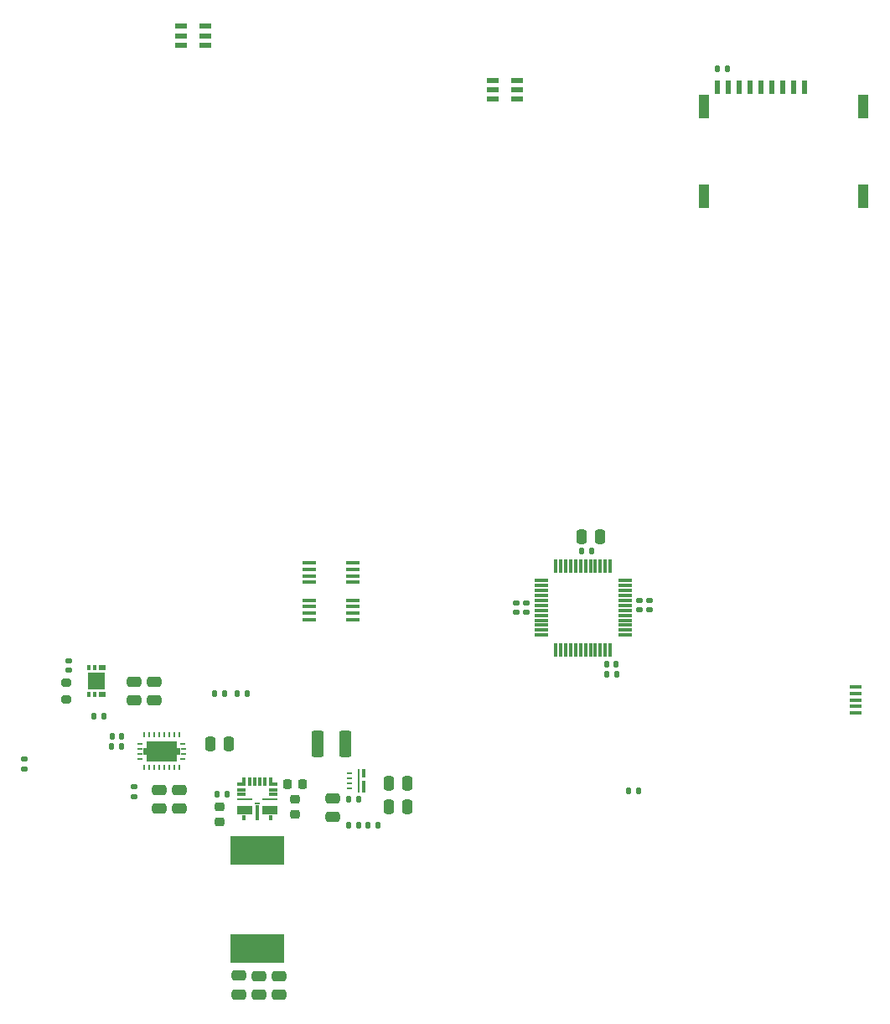
<source format=gbr>
%TF.GenerationSoftware,KiCad,Pcbnew,(6.0.9)*%
%TF.CreationDate,2023-04-17T01:59:29-04:00*%
%TF.ProjectId,TrailCounter,54726169-6c43-46f7-956e-7465722e6b69,rev?*%
%TF.SameCoordinates,Original*%
%TF.FileFunction,Paste,Top*%
%TF.FilePolarity,Positive*%
%FSLAX46Y46*%
G04 Gerber Fmt 4.6, Leading zero omitted, Abs format (unit mm)*
G04 Created by KiCad (PCBNEW (6.0.9)) date 2023-04-17 01:59:29*
%MOMM*%
%LPD*%
G01*
G04 APERTURE LIST*
G04 Aperture macros list*
%AMRoundRect*
0 Rectangle with rounded corners*
0 $1 Rounding radius*
0 $2 $3 $4 $5 $6 $7 $8 $9 X,Y pos of 4 corners*
0 Add a 4 corners polygon primitive as box body*
4,1,4,$2,$3,$4,$5,$6,$7,$8,$9,$2,$3,0*
0 Add four circle primitives for the rounded corners*
1,1,$1+$1,$2,$3*
1,1,$1+$1,$4,$5*
1,1,$1+$1,$6,$7*
1,1,$1+$1,$8,$9*
0 Add four rect primitives between the rounded corners*
20,1,$1+$1,$2,$3,$4,$5,0*
20,1,$1+$1,$4,$5,$6,$7,0*
20,1,$1+$1,$6,$7,$8,$9,0*
20,1,$1+$1,$8,$9,$2,$3,0*%
G04 Aperture macros list end*
%ADD10R,0.300000X1.475000*%
%ADD11R,1.475000X0.300000*%
%ADD12RoundRect,0.250000X-0.250000X-0.475000X0.250000X-0.475000X0.250000X0.475000X-0.250000X0.475000X0*%
%ADD13RoundRect,0.250000X-0.475000X0.250000X-0.475000X-0.250000X0.475000X-0.250000X0.475000X0.250000X0*%
%ADD14RoundRect,0.140000X-0.140000X-0.170000X0.140000X-0.170000X0.140000X0.170000X-0.140000X0.170000X0*%
%ADD15RoundRect,0.140000X0.170000X-0.140000X0.170000X0.140000X-0.170000X0.140000X-0.170000X-0.140000X0*%
%ADD16RoundRect,0.135000X0.135000X0.185000X-0.135000X0.185000X-0.135000X-0.185000X0.135000X-0.185000X0*%
%ADD17R,0.875000X0.300000*%
%ADD18R,1.525000X0.250000*%
%ADD19R,1.525000X0.950000*%
%ADD20R,0.450000X0.600000*%
%ADD21R,0.300000X1.650000*%
%ADD22R,0.450000X0.875000*%
%ADD23R,0.300000X0.875000*%
%ADD24R,0.500000X0.350000*%
%ADD25R,0.600000X0.250000*%
%ADD26RoundRect,0.135000X-0.185000X0.135000X-0.185000X-0.135000X0.185000X-0.135000X0.185000X0.135000X0*%
%ADD27RoundRect,0.225000X-0.250000X0.225000X-0.250000X-0.225000X0.250000X-0.225000X0.250000X0.225000X0*%
%ADD28R,1.425000X0.450000*%
%ADD29R,1.100000X2.400000*%
%ADD30R,0.620000X1.400000*%
%ADD31RoundRect,0.250000X0.375000X1.075000X-0.375000X1.075000X-0.375000X-1.075000X0.375000X-1.075000X0*%
%ADD32RoundRect,0.250000X0.475000X-0.250000X0.475000X0.250000X-0.475000X0.250000X-0.475000X-0.250000X0*%
%ADD33R,1.250000X0.500000*%
%ADD34RoundRect,0.140000X0.140000X0.170000X-0.140000X0.170000X-0.140000X-0.170000X0.140000X-0.170000X0*%
%ADD35R,5.400000X2.900000*%
%ADD36RoundRect,0.140000X-0.170000X0.140000X-0.170000X-0.140000X0.170000X-0.140000X0.170000X0.140000X0*%
%ADD37RoundRect,0.225000X0.225000X0.250000X-0.225000X0.250000X-0.225000X-0.250000X0.225000X-0.250000X0*%
%ADD38RoundRect,0.200000X0.275000X-0.200000X0.275000X0.200000X-0.275000X0.200000X-0.275000X-0.200000X0*%
%ADD39R,0.600000X0.240000*%
%ADD40R,0.240000X0.600000*%
%ADD41R,3.050000X2.050000*%
%ADD42R,0.400000X0.750000*%
%ADD43R,0.525000X0.200000*%
%ADD44RoundRect,0.135000X0.185000X-0.135000X0.185000X0.135000X-0.185000X0.135000X-0.185000X-0.135000X0*%
%ADD45R,0.750000X0.500000*%
%ADD46R,0.400000X0.500000*%
%ADD47R,1.800000X1.800000*%
%ADD48RoundRect,0.135000X-0.135000X-0.185000X0.135000X-0.185000X0.135000X0.185000X-0.135000X0.185000X0*%
%ADD49R,1.300000X0.400000*%
%ADD50R,0.250000X2.400000*%
%ADD51R,0.300000X0.900000*%
%ADD52R,0.300000X1.200000*%
G04 APERTURE END LIST*
D10*
%TO.C,IC4*%
X172676000Y-88726000D03*
X172176000Y-88726000D03*
X171676000Y-88726000D03*
X171176000Y-88726000D03*
X170676000Y-88726000D03*
X170176000Y-88726000D03*
X169676000Y-88726000D03*
X169176000Y-88726000D03*
X168676000Y-88726000D03*
X168176000Y-88726000D03*
X167676000Y-88726000D03*
X167176000Y-88726000D03*
D11*
X165688000Y-90214000D03*
X165688000Y-90714000D03*
X165688000Y-91214000D03*
X165688000Y-91714000D03*
X165688000Y-92214000D03*
X165688000Y-92714000D03*
X165688000Y-93214000D03*
X165688000Y-93714000D03*
X165688000Y-94214000D03*
X165688000Y-94714000D03*
X165688000Y-95214000D03*
X165688000Y-95714000D03*
D10*
X167176000Y-97202000D03*
X167676000Y-97202000D03*
X168176000Y-97202000D03*
X168676000Y-97202000D03*
X169176000Y-97202000D03*
X169676000Y-97202000D03*
X170176000Y-97202000D03*
X170676000Y-97202000D03*
X171176000Y-97202000D03*
X171676000Y-97202000D03*
X172176000Y-97202000D03*
X172676000Y-97202000D03*
D11*
X174164000Y-95714000D03*
X174164000Y-95214000D03*
X174164000Y-94714000D03*
X174164000Y-94214000D03*
X174164000Y-93714000D03*
X174164000Y-93214000D03*
X174164000Y-92714000D03*
X174164000Y-92214000D03*
X174164000Y-91714000D03*
X174164000Y-91214000D03*
X174164000Y-90714000D03*
X174164000Y-90214000D03*
%TD*%
D12*
%TO.C,C19*%
X169788800Y-85750400D03*
X171688800Y-85750400D03*
%TD*%
%TO.C,C16*%
X150281600Y-113030000D03*
X152181600Y-113030000D03*
%TD*%
%TO.C,C15*%
X150281600Y-110642400D03*
X152181600Y-110642400D03*
%TD*%
D13*
%TO.C,C13*%
X144627600Y-112181600D03*
X144627600Y-114081600D03*
%TD*%
D14*
%TO.C,C10*%
X132971600Y-111760000D03*
X133931600Y-111760000D03*
%TD*%
D15*
%TO.C,C4*%
X117957600Y-99286000D03*
X117957600Y-98326000D03*
%TD*%
D16*
%TO.C,R7*%
X149201600Y-114909600D03*
X148181600Y-114909600D03*
%TD*%
D17*
%TO.C,IC3*%
X135395600Y-111318000D03*
X135395600Y-111818000D03*
D18*
X135720600Y-112318000D03*
D19*
X135720600Y-113368000D03*
D20*
X135682600Y-114143000D03*
D21*
X137007600Y-113618000D03*
D20*
X138332600Y-114143000D03*
D19*
X138294600Y-113368000D03*
D18*
X138294600Y-112318000D03*
D17*
X138619600Y-111818000D03*
X138619600Y-111318000D03*
D22*
X138332600Y-110531000D03*
D23*
X137757600Y-110531000D03*
X137257600Y-110531000D03*
X136757600Y-110531000D03*
X136257600Y-110531000D03*
D22*
X135682600Y-110531000D03*
D24*
X135207600Y-110793000D03*
D25*
X137007600Y-112668000D03*
D24*
X138807600Y-110793000D03*
%TD*%
D26*
%TO.C,TH1*%
X113487200Y-108202000D03*
X113487200Y-109222000D03*
%TD*%
D13*
%TO.C,C7*%
X139192000Y-130114000D03*
X139192000Y-132014000D03*
%TD*%
D27*
%TO.C,C12*%
X140817600Y-112255000D03*
X140817600Y-113805000D03*
%TD*%
D28*
%TO.C,IC6*%
X142263200Y-92192200D03*
X142263200Y-92842200D03*
X142263200Y-93492200D03*
X142263200Y-94142200D03*
X146687200Y-94142200D03*
X146687200Y-93492200D03*
X146687200Y-92842200D03*
X146687200Y-92192200D03*
%TD*%
D14*
%TO.C,C22*%
X169801600Y-87223600D03*
X170761600Y-87223600D03*
%TD*%
D29*
%TO.C,J2*%
X182120200Y-42377000D03*
X182120200Y-51377000D03*
X198270200Y-51377000D03*
X198270200Y-42377000D03*
D30*
X192300200Y-40377000D03*
X191200200Y-40377000D03*
X190100200Y-40377000D03*
X189000200Y-40377000D03*
X187900200Y-40377000D03*
X186800200Y-40377000D03*
X185700200Y-40377000D03*
X184600200Y-40377000D03*
X183500200Y-40377000D03*
%TD*%
D31*
%TO.C,L2*%
X145926000Y-106680000D03*
X143126000Y-106680000D03*
%TD*%
D32*
%TO.C,C2*%
X126593600Y-102296000D03*
X126593600Y-100396000D03*
%TD*%
D33*
%TO.C,Q1*%
X160802000Y-39690000D03*
X160802000Y-40640000D03*
X160802000Y-41590000D03*
X163302000Y-41590000D03*
X163302000Y-40640000D03*
X163302000Y-39690000D03*
%TD*%
D34*
%TO.C,C25*%
X173250800Y-98653600D03*
X172290800Y-98653600D03*
%TD*%
D35*
%TO.C,L1*%
X137007600Y-117478000D03*
X137007600Y-127378000D03*
%TD*%
D36*
%TO.C,C20*%
X176631600Y-92230000D03*
X176631600Y-93190000D03*
%TD*%
D34*
%TO.C,C18*%
X175521800Y-111455200D03*
X174561800Y-111455200D03*
%TD*%
%TO.C,R9*%
X184477600Y-38506400D03*
X183517600Y-38506400D03*
%TD*%
D37*
%TO.C,C17*%
X141592600Y-110744000D03*
X140042600Y-110744000D03*
%TD*%
D38*
%TO.C,R5*%
X117703600Y-102171000D03*
X117703600Y-100521000D03*
%TD*%
D36*
%TO.C,C27*%
X164185600Y-92484000D03*
X164185600Y-93444000D03*
%TD*%
%TO.C,C23*%
X163220400Y-92484000D03*
X163220400Y-93444000D03*
%TD*%
D27*
%TO.C,C11*%
X133197600Y-113017000D03*
X133197600Y-114567000D03*
%TD*%
D16*
%TO.C,R8*%
X147271200Y-114909600D03*
X146251200Y-114909600D03*
%TD*%
D39*
%TO.C,IC1*%
X129505600Y-106692000D03*
D40*
X129105600Y-105792000D03*
X128605600Y-105792000D03*
X128105600Y-105792000D03*
X127605600Y-105792000D03*
X127105600Y-105792000D03*
X126605600Y-105792000D03*
X126105600Y-105792000D03*
X125605600Y-105792000D03*
D39*
X125205600Y-106692000D03*
X125205600Y-108192000D03*
D40*
X125605600Y-109092000D03*
X126105600Y-109092000D03*
X126605600Y-109092000D03*
X127105600Y-109092000D03*
X127605600Y-109092000D03*
X128105600Y-109092000D03*
X128605600Y-109092000D03*
X129105600Y-109092000D03*
D39*
X129505600Y-108192000D03*
D41*
X127355600Y-107442000D03*
D42*
X129080600Y-107442000D03*
X125630600Y-107442000D03*
D43*
X129544600Y-107167000D03*
X129544600Y-107717000D03*
X125166600Y-107167000D03*
X125166600Y-107717000D03*
%TD*%
D28*
%TO.C,IC5*%
X142263200Y-88433000D03*
X142263200Y-89083000D03*
X142263200Y-89733000D03*
X142263200Y-90383000D03*
X146687200Y-90383000D03*
X146687200Y-89733000D03*
X146687200Y-89083000D03*
X146687200Y-88433000D03*
%TD*%
D36*
%TO.C,C24*%
X175666400Y-92230000D03*
X175666400Y-93190000D03*
%TD*%
D14*
%TO.C,C3*%
X122331600Y-105918000D03*
X123291600Y-105918000D03*
%TD*%
%TO.C,C14*%
X146281200Y-112268000D03*
X147241200Y-112268000D03*
%TD*%
D12*
%TO.C,C26*%
X132247600Y-106680000D03*
X134147600Y-106680000D03*
%TD*%
D44*
%TO.C,R4*%
X124561600Y-112016000D03*
X124561600Y-110996000D03*
%TD*%
D16*
%TO.C,R2*%
X133707600Y-101600000D03*
X132687600Y-101600000D03*
%TD*%
D34*
%TO.C,C21*%
X173301600Y-99669600D03*
X172341600Y-99669600D03*
%TD*%
D13*
%TO.C,C6*%
X127101600Y-111318000D03*
X127101600Y-113218000D03*
%TD*%
D16*
%TO.C,R1*%
X135993600Y-101600000D03*
X134973600Y-101600000D03*
%TD*%
D32*
%TO.C,C1*%
X124561600Y-102296000D03*
X124561600Y-100396000D03*
%TD*%
D45*
%TO.C,IC2*%
X121351600Y-98980000D03*
D46*
X120576600Y-98980000D03*
X119976600Y-98980000D03*
X119976600Y-101680000D03*
X120576600Y-101680000D03*
D45*
X121351600Y-101680000D03*
D47*
X120751600Y-100330000D03*
%TD*%
D48*
%TO.C,R3*%
X122273600Y-106934000D03*
X123293600Y-106934000D03*
%TD*%
%TO.C,R6*%
X120495600Y-103886000D03*
X121515600Y-103886000D03*
%TD*%
D33*
%TO.C,Q2*%
X129306000Y-34254400D03*
X129306000Y-35204400D03*
X129306000Y-36154400D03*
X131806000Y-36154400D03*
X131806000Y-35204400D03*
X131806000Y-34254400D03*
%TD*%
D49*
%TO.C,J1*%
X197456000Y-103560400D03*
X197456000Y-102910400D03*
X197456000Y-102260400D03*
X197456000Y-101610400D03*
X197456000Y-100960400D03*
%TD*%
D32*
%TO.C,C9*%
X137160000Y-132014000D03*
X137160000Y-130114000D03*
%TD*%
D13*
%TO.C,C5*%
X129133600Y-111318000D03*
X129133600Y-113218000D03*
%TD*%
D25*
%TO.C,U3*%
X146330200Y-111189200D03*
X146330200Y-110689200D03*
X146330200Y-110189200D03*
X146330200Y-109689200D03*
D50*
X147230200Y-110439200D03*
D51*
X147770200Y-109689200D03*
D52*
X147770200Y-111039200D03*
%TD*%
D32*
%TO.C,C8*%
X135128000Y-131998800D03*
X135128000Y-130098800D03*
%TD*%
M02*

</source>
